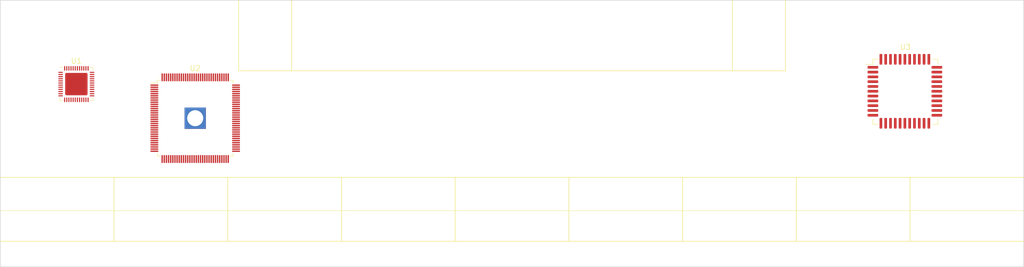
<source format=kicad_pcb>
(kicad_pcb (version 20171130) (host pcbnew "(5.1.5)-2")

  (general
    (thickness 1.6)
    (drawings 20)
    (tracks 0)
    (zones 0)
    (modules 3)
    (nets 211)
  )

  (page A4)
  (layers
    (0 F.Cu signal)
    (1 3V3.Cu signal)
    (2 GND.Cu signal)
    (31 B.Cu signal)
    (32 B.Adhes user)
    (33 F.Adhes user)
    (34 B.Paste user)
    (35 F.Paste user)
    (36 B.SilkS user)
    (37 F.SilkS user)
    (38 B.Mask user)
    (39 F.Mask user)
    (40 Dwgs.User user)
    (41 Cmts.User user)
    (42 Eco1.User user)
    (43 Eco2.User user)
    (44 Edge.Cuts user)
    (45 Margin user)
    (46 B.CrtYd user)
    (47 F.CrtYd user)
    (48 B.Fab user)
    (49 F.Fab user)
  )

  (setup
    (last_trace_width 0.25)
    (trace_clearance 0.2)
    (zone_clearance 0.508)
    (zone_45_only no)
    (trace_min 0.2)
    (via_size 0.8)
    (via_drill 0.4)
    (via_min_size 0.4)
    (via_min_drill 0.3)
    (uvia_size 0.3)
    (uvia_drill 0.1)
    (uvias_allowed no)
    (uvia_min_size 0.2)
    (uvia_min_drill 0.1)
    (edge_width 0.1)
    (segment_width 0.2)
    (pcb_text_width 0.3)
    (pcb_text_size 1.5 1.5)
    (mod_edge_width 0.15)
    (mod_text_size 1 1)
    (mod_text_width 0.15)
    (pad_size 1.524 1.524)
    (pad_drill 0.762)
    (pad_to_mask_clearance 0)
    (aux_axis_origin 0 0)
    (visible_elements FFFFFF7F)
    (pcbplotparams
      (layerselection 0x010fc_ffffffff)
      (usegerberextensions false)
      (usegerberattributes false)
      (usegerberadvancedattributes false)
      (creategerberjobfile false)
      (excludeedgelayer true)
      (linewidth 0.100000)
      (plotframeref false)
      (viasonmask false)
      (mode 1)
      (useauxorigin false)
      (hpglpennumber 1)
      (hpglpenspeed 20)
      (hpglpendiameter 15.000000)
      (psnegative false)
      (psa4output false)
      (plotreference true)
      (plotvalue true)
      (plotinvisibletext false)
      (padsonsilk false)
      (subtractmaskfromsilk false)
      (outputformat 1)
      (mirror false)
      (drillshape 1)
      (scaleselection 1)
      (outputdirectory ""))
  )

  (net 0 "")
  (net 1 "Net-(U1-Pad48)")
  (net 2 "Net-(U1-Pad47)")
  (net 3 GND)
  (net 4 "Net-(L1-Pad2)")
  (net 5 /power/IPS)
  (net 6 "Net-(U1-Pad43)")
  (net 7 "Net-(U1-Pad42)")
  (net 8 /power/LDO3)
  (net 9 "Net-(C16-Pad1)")
  (net 10 "Net-(U1-Pad39)")
  (net 11 "Net-(U1-Pad38)")
  (net 12 "Net-(R5-Pad2)")
  (net 13 "Net-(U1-Pad36)")
  (net 14 +5V)
  (net 15 "Net-(U1-Pad31)")
  (net 16 "Net-(U1-Pad30)")
  (net 17 /power/LDO1)
  (net 18 /power/VINT)
  (net 19 /power/RST)
  (net 20 "Net-(C3-Pad1)")
  (net 21 "Net-(R4-Pad2)")
  (net 22 "Net-(U1-Pad20)")
  (net 23 /power/AXP_GPIO0)
  (net 24 /power/AXP_GPIO1)
  (net 25 +3V3)
  (net 26 "Net-(L3-Pad1)")
  (net 27 "Net-(C8-Pad1)")
  (net 28 +3V0)
  (net 29 /power/LDO4)
  (net 30 +1V2)
  (net 31 "Net-(L2-Pad1)")
  (net 32 "Net-(C13-Pad1)")
  (net 33 "Net-(U1-Pad6)")
  (net 34 /power/AXP_GPIO2)
  (net 35 "Net-(C1-Pad2)")
  (net 36 /power/AXP_GPIO3)
  (net 37 /power/AXP_SCL)
  (net 38 /power/AXP_SDA)
  (net 39 "Net-(U2-Pad129)")
  (net 40 "Net-(U2-Pad128)")
  (net 41 "Net-(U2-Pad127)")
  (net 42 "Net-(U2-Pad126)")
  (net 43 "Net-(U2-Pad125)")
  (net 44 "Net-(U2-Pad124)")
  (net 45 "Net-(U2-Pad123)")
  (net 46 "Net-(U2-Pad122)")
  (net 47 "Net-(U2-Pad121)")
  (net 48 "Net-(U2-Pad120)")
  (net 49 "Net-(U2-Pad119)")
  (net 50 "Net-(U2-Pad118)")
  (net 51 "Net-(U2-Pad117)")
  (net 52 "Net-(U2-Pad116)")
  (net 53 "Net-(U2-Pad115)")
  (net 54 "Net-(U2-Pad114)")
  (net 55 "Net-(U2-Pad113)")
  (net 56 "Net-(U2-Pad112)")
  (net 57 "Net-(U2-Pad111)")
  (net 58 "Net-(U2-Pad110)")
  (net 59 "Net-(U2-Pad109)")
  (net 60 "Net-(U2-Pad108)")
  (net 61 "Net-(U2-Pad107)")
  (net 62 "Net-(U2-Pad106)")
  (net 63 "Net-(U2-Pad105)")
  (net 64 "Net-(U2-Pad104)")
  (net 65 "Net-(U2-Pad103)")
  (net 66 "Net-(U2-Pad102)")
  (net 67 "Net-(U2-Pad101)")
  (net 68 "Net-(U2-Pad100)")
  (net 69 "Net-(U2-Pad99)")
  (net 70 "Net-(U2-Pad98)")
  (net 71 "Net-(U2-Pad97)")
  (net 72 "Net-(U2-Pad96)")
  (net 73 "Net-(U2-Pad95)")
  (net 74 "Net-(U2-Pad94)")
  (net 75 "Net-(U2-Pad93)")
  (net 76 "Net-(U2-Pad92)")
  (net 77 "Net-(U2-Pad91)")
  (net 78 "Net-(U2-Pad89)")
  (net 79 "Net-(U2-Pad88)")
  (net 80 "Net-(U2-Pad87)")
  (net 81 "Net-(U2-Pad86)")
  (net 82 "Net-(U2-Pad85)")
  (net 83 "Net-(U2-Pad84)")
  (net 84 "Net-(U2-Pad83)")
  (net 85 "Net-(U2-Pad82)")
  (net 86 "Net-(U2-Pad81)")
  (net 87 "Net-(U2-Pad80)")
  (net 88 "Net-(U2-Pad79)")
  (net 89 "Net-(U2-Pad78)")
  (net 90 "Net-(U2-Pad77)")
  (net 91 "Net-(U2-Pad76)")
  (net 92 "Net-(U2-Pad75)")
  (net 93 "Net-(U2-Pad74)")
  (net 94 "Net-(U2-Pad73)")
  (net 95 "Net-(U2-Pad72)")
  (net 96 "Net-(U2-Pad71)")
  (net 97 "Net-(U2-Pad70)")
  (net 98 "Net-(U2-Pad69)")
  (net 99 "Net-(U2-Pad68)")
  (net 100 "Net-(U2-Pad67)")
  (net 101 "Net-(U2-Pad66)")
  (net 102 "Net-(U2-Pad65)")
  (net 103 "Net-(U2-Pad64)")
  (net 104 "Net-(U2-Pad63)")
  (net 105 "Net-(U2-Pad62)")
  (net 106 "Net-(U2-Pad61)")
  (net 107 "Net-(U2-Pad60)")
  (net 108 "Net-(U2-Pad59)")
  (net 109 "Net-(U2-Pad58)")
  (net 110 "Net-(U2-Pad57)")
  (net 111 "Net-(U2-Pad56)")
  (net 112 "Net-(U2-Pad55)")
  (net 113 "Net-(U2-Pad54)")
  (net 114 "Net-(U2-Pad53)")
  (net 115 "Net-(U2-Pad52)")
  (net 116 "Net-(U2-Pad51)")
  (net 117 "Net-(U2-Pad50)")
  (net 118 "Net-(U2-Pad49)")
  (net 119 "Net-(U2-Pad48)")
  (net 120 "Net-(U2-Pad47)")
  (net 121 "Net-(U2-Pad46)")
  (net 122 "Net-(U2-Pad45)")
  (net 123 "Net-(U2-Pad44)")
  (net 124 "Net-(U2-Pad43)")
  (net 125 "Net-(U2-Pad42)")
  (net 126 "Net-(U2-Pad41)")
  (net 127 "Net-(U2-Pad40)")
  (net 128 "Net-(U2-Pad39)")
  (net 129 "Net-(U2-Pad38)")
  (net 130 "Net-(U2-Pad37)")
  (net 131 "Net-(U2-Pad36)")
  (net 132 "Net-(U2-Pad35)")
  (net 133 "Net-(U2-Pad34)")
  (net 134 "Net-(U2-Pad33)")
  (net 135 "Net-(U2-Pad32)")
  (net 136 "Net-(U2-Pad31)")
  (net 137 "Net-(U2-Pad30)")
  (net 138 "Net-(U2-Pad29)")
  (net 139 "Net-(U2-Pad28)")
  (net 140 "Net-(U2-Pad27)")
  (net 141 "Net-(U2-Pad26)")
  (net 142 "Net-(U2-Pad25)")
  (net 143 "Net-(U2-Pad24)")
  (net 144 "Net-(U2-Pad23)")
  (net 145 "Net-(U2-Pad22)")
  (net 146 "Net-(U2-Pad21)")
  (net 147 "Net-(U2-Pad20)")
  (net 148 "Net-(U2-Pad19)")
  (net 149 "Net-(U2-Pad18)")
  (net 150 "Net-(U2-Pad17)")
  (net 151 "Net-(U2-Pad16)")
  (net 152 "Net-(U2-Pad15)")
  (net 153 "Net-(U2-Pad14)")
  (net 154 "Net-(U2-Pad13)")
  (net 155 "Net-(U2-Pad12)")
  (net 156 "Net-(U2-Pad11)")
  (net 157 "Net-(U2-Pad10)")
  (net 158 "Net-(U2-Pad9)")
  (net 159 "Net-(U2-Pad8)")
  (net 160 "Net-(U2-Pad7)")
  (net 161 "Net-(U2-Pad6)")
  (net 162 "Net-(U2-Pad5)")
  (net 163 "Net-(U2-Pad4)")
  (net 164 "Net-(U2-Pad3)")
  (net 165 "Net-(U2-Pad2)")
  (net 166 "Net-(U2-Pad1)")
  (net 167 "Net-(U3-Pad1)")
  (net 168 "Net-(U3-Pad2)")
  (net 169 "Net-(U3-Pad3)")
  (net 170 "Net-(U3-Pad4)")
  (net 171 "Net-(U3-Pad5)")
  (net 172 "Net-(U3-Pad6)")
  (net 173 "Net-(U3-Pad7)")
  (net 174 "Net-(U3-Pad8)")
  (net 175 "Net-(U3-Pad9)")
  (net 176 "Net-(U3-Pad10)")
  (net 177 "Net-(U3-Pad11)")
  (net 178 "Net-(U3-Pad12)")
  (net 179 "Net-(U3-Pad13)")
  (net 180 "Net-(U3-Pad14)")
  (net 181 "Net-(U3-Pad15)")
  (net 182 "Net-(U3-Pad16)")
  (net 183 "Net-(U3-Pad17)")
  (net 184 "Net-(U3-Pad18)")
  (net 185 "Net-(U3-Pad19)")
  (net 186 "Net-(U3-Pad20)")
  (net 187 "Net-(U3-Pad21)")
  (net 188 "Net-(U3-Pad22)")
  (net 189 "Net-(U3-Pad23)")
  (net 190 "Net-(U3-Pad24)")
  (net 191 "Net-(U3-Pad25)")
  (net 192 "Net-(U3-Pad26)")
  (net 193 "Net-(U3-Pad27)")
  (net 194 "Net-(U3-Pad28)")
  (net 195 "Net-(U3-Pad29)")
  (net 196 "Net-(U3-Pad30)")
  (net 197 "Net-(U3-Pad31)")
  (net 198 "Net-(U3-Pad32)")
  (net 199 "Net-(U3-Pad33)")
  (net 200 "Net-(U3-Pad34)")
  (net 201 "Net-(U3-Pad35)")
  (net 202 "Net-(U3-Pad36)")
  (net 203 "Net-(U3-Pad37)")
  (net 204 "Net-(U3-Pad38)")
  (net 205 "Net-(U3-Pad39)")
  (net 206 "Net-(U3-Pad40)")
  (net 207 "Net-(U3-Pad41)")
  (net 208 "Net-(U3-Pad42)")
  (net 209 "Net-(U3-Pad43)")
  (net 210 "Net-(U3-Pad44)")

  (net_class Default "This is the default net class."
    (clearance 0.2)
    (trace_width 0.25)
    (via_dia 0.8)
    (via_drill 0.4)
    (uvia_dia 0.3)
    (uvia_drill 0.1)
    (add_net +1V2)
    (add_net +3V0)
    (add_net +3V3)
    (add_net +5V)
    (add_net /power/AXP_GPIO0)
    (add_net /power/AXP_GPIO1)
    (add_net /power/AXP_GPIO2)
    (add_net /power/AXP_GPIO3)
    (add_net /power/AXP_SCL)
    (add_net /power/AXP_SDA)
    (add_net /power/IPS)
    (add_net /power/LDO1)
    (add_net /power/LDO3)
    (add_net /power/LDO4)
    (add_net /power/RST)
    (add_net /power/VINT)
    (add_net GND)
    (add_net "Net-(C1-Pad2)")
    (add_net "Net-(C13-Pad1)")
    (add_net "Net-(C16-Pad1)")
    (add_net "Net-(C3-Pad1)")
    (add_net "Net-(C8-Pad1)")
    (add_net "Net-(L1-Pad2)")
    (add_net "Net-(L2-Pad1)")
    (add_net "Net-(L3-Pad1)")
    (add_net "Net-(R4-Pad2)")
    (add_net "Net-(R5-Pad2)")
    (add_net "Net-(U1-Pad20)")
    (add_net "Net-(U1-Pad30)")
    (add_net "Net-(U1-Pad31)")
    (add_net "Net-(U1-Pad36)")
    (add_net "Net-(U1-Pad38)")
    (add_net "Net-(U1-Pad39)")
    (add_net "Net-(U1-Pad42)")
    (add_net "Net-(U1-Pad43)")
    (add_net "Net-(U1-Pad47)")
    (add_net "Net-(U1-Pad48)")
    (add_net "Net-(U1-Pad6)")
    (add_net "Net-(U2-Pad1)")
    (add_net "Net-(U2-Pad10)")
    (add_net "Net-(U2-Pad100)")
    (add_net "Net-(U2-Pad101)")
    (add_net "Net-(U2-Pad102)")
    (add_net "Net-(U2-Pad103)")
    (add_net "Net-(U2-Pad104)")
    (add_net "Net-(U2-Pad105)")
    (add_net "Net-(U2-Pad106)")
    (add_net "Net-(U2-Pad107)")
    (add_net "Net-(U2-Pad108)")
    (add_net "Net-(U2-Pad109)")
    (add_net "Net-(U2-Pad11)")
    (add_net "Net-(U2-Pad110)")
    (add_net "Net-(U2-Pad111)")
    (add_net "Net-(U2-Pad112)")
    (add_net "Net-(U2-Pad113)")
    (add_net "Net-(U2-Pad114)")
    (add_net "Net-(U2-Pad115)")
    (add_net "Net-(U2-Pad116)")
    (add_net "Net-(U2-Pad117)")
    (add_net "Net-(U2-Pad118)")
    (add_net "Net-(U2-Pad119)")
    (add_net "Net-(U2-Pad12)")
    (add_net "Net-(U2-Pad120)")
    (add_net "Net-(U2-Pad121)")
    (add_net "Net-(U2-Pad122)")
    (add_net "Net-(U2-Pad123)")
    (add_net "Net-(U2-Pad124)")
    (add_net "Net-(U2-Pad125)")
    (add_net "Net-(U2-Pad126)")
    (add_net "Net-(U2-Pad127)")
    (add_net "Net-(U2-Pad128)")
    (add_net "Net-(U2-Pad129)")
    (add_net "Net-(U2-Pad13)")
    (add_net "Net-(U2-Pad14)")
    (add_net "Net-(U2-Pad15)")
    (add_net "Net-(U2-Pad16)")
    (add_net "Net-(U2-Pad17)")
    (add_net "Net-(U2-Pad18)")
    (add_net "Net-(U2-Pad19)")
    (add_net "Net-(U2-Pad2)")
    (add_net "Net-(U2-Pad20)")
    (add_net "Net-(U2-Pad21)")
    (add_net "Net-(U2-Pad22)")
    (add_net "Net-(U2-Pad23)")
    (add_net "Net-(U2-Pad24)")
    (add_net "Net-(U2-Pad25)")
    (add_net "Net-(U2-Pad26)")
    (add_net "Net-(U2-Pad27)")
    (add_net "Net-(U2-Pad28)")
    (add_net "Net-(U2-Pad29)")
    (add_net "Net-(U2-Pad3)")
    (add_net "Net-(U2-Pad30)")
    (add_net "Net-(U2-Pad31)")
    (add_net "Net-(U2-Pad32)")
    (add_net "Net-(U2-Pad33)")
    (add_net "Net-(U2-Pad34)")
    (add_net "Net-(U2-Pad35)")
    (add_net "Net-(U2-Pad36)")
    (add_net "Net-(U2-Pad37)")
    (add_net "Net-(U2-Pad38)")
    (add_net "Net-(U2-Pad39)")
    (add_net "Net-(U2-Pad4)")
    (add_net "Net-(U2-Pad40)")
    (add_net "Net-(U2-Pad41)")
    (add_net "Net-(U2-Pad42)")
    (add_net "Net-(U2-Pad43)")
    (add_net "Net-(U2-Pad44)")
    (add_net "Net-(U2-Pad45)")
    (add_net "Net-(U2-Pad46)")
    (add_net "Net-(U2-Pad47)")
    (add_net "Net-(U2-Pad48)")
    (add_net "Net-(U2-Pad49)")
    (add_net "Net-(U2-Pad5)")
    (add_net "Net-(U2-Pad50)")
    (add_net "Net-(U2-Pad51)")
    (add_net "Net-(U2-Pad52)")
    (add_net "Net-(U2-Pad53)")
    (add_net "Net-(U2-Pad54)")
    (add_net "Net-(U2-Pad55)")
    (add_net "Net-(U2-Pad56)")
    (add_net "Net-(U2-Pad57)")
    (add_net "Net-(U2-Pad58)")
    (add_net "Net-(U2-Pad59)")
    (add_net "Net-(U2-Pad6)")
    (add_net "Net-(U2-Pad60)")
    (add_net "Net-(U2-Pad61)")
    (add_net "Net-(U2-Pad62)")
    (add_net "Net-(U2-Pad63)")
    (add_net "Net-(U2-Pad64)")
    (add_net "Net-(U2-Pad65)")
    (add_net "Net-(U2-Pad66)")
    (add_net "Net-(U2-Pad67)")
    (add_net "Net-(U2-Pad68)")
    (add_net "Net-(U2-Pad69)")
    (add_net "Net-(U2-Pad7)")
    (add_net "Net-(U2-Pad70)")
    (add_net "Net-(U2-Pad71)")
    (add_net "Net-(U2-Pad72)")
    (add_net "Net-(U2-Pad73)")
    (add_net "Net-(U2-Pad74)")
    (add_net "Net-(U2-Pad75)")
    (add_net "Net-(U2-Pad76)")
    (add_net "Net-(U2-Pad77)")
    (add_net "Net-(U2-Pad78)")
    (add_net "Net-(U2-Pad79)")
    (add_net "Net-(U2-Pad8)")
    (add_net "Net-(U2-Pad80)")
    (add_net "Net-(U2-Pad81)")
    (add_net "Net-(U2-Pad82)")
    (add_net "Net-(U2-Pad83)")
    (add_net "Net-(U2-Pad84)")
    (add_net "Net-(U2-Pad85)")
    (add_net "Net-(U2-Pad86)")
    (add_net "Net-(U2-Pad87)")
    (add_net "Net-(U2-Pad88)")
    (add_net "Net-(U2-Pad89)")
    (add_net "Net-(U2-Pad9)")
    (add_net "Net-(U2-Pad91)")
    (add_net "Net-(U2-Pad92)")
    (add_net "Net-(U2-Pad93)")
    (add_net "Net-(U2-Pad94)")
    (add_net "Net-(U2-Pad95)")
    (add_net "Net-(U2-Pad96)")
    (add_net "Net-(U2-Pad97)")
    (add_net "Net-(U2-Pad98)")
    (add_net "Net-(U2-Pad99)")
    (add_net "Net-(U3-Pad1)")
    (add_net "Net-(U3-Pad10)")
    (add_net "Net-(U3-Pad11)")
    (add_net "Net-(U3-Pad12)")
    (add_net "Net-(U3-Pad13)")
    (add_net "Net-(U3-Pad14)")
    (add_net "Net-(U3-Pad15)")
    (add_net "Net-(U3-Pad16)")
    (add_net "Net-(U3-Pad17)")
    (add_net "Net-(U3-Pad18)")
    (add_net "Net-(U3-Pad19)")
    (add_net "Net-(U3-Pad2)")
    (add_net "Net-(U3-Pad20)")
    (add_net "Net-(U3-Pad21)")
    (add_net "Net-(U3-Pad22)")
    (add_net "Net-(U3-Pad23)")
    (add_net "Net-(U3-Pad24)")
    (add_net "Net-(U3-Pad25)")
    (add_net "Net-(U3-Pad26)")
    (add_net "Net-(U3-Pad27)")
    (add_net "Net-(U3-Pad28)")
    (add_net "Net-(U3-Pad29)")
    (add_net "Net-(U3-Pad3)")
    (add_net "Net-(U3-Pad30)")
    (add_net "Net-(U3-Pad31)")
    (add_net "Net-(U3-Pad32)")
    (add_net "Net-(U3-Pad33)")
    (add_net "Net-(U3-Pad34)")
    (add_net "Net-(U3-Pad35)")
    (add_net "Net-(U3-Pad36)")
    (add_net "Net-(U3-Pad37)")
    (add_net "Net-(U3-Pad38)")
    (add_net "Net-(U3-Pad39)")
    (add_net "Net-(U3-Pad4)")
    (add_net "Net-(U3-Pad40)")
    (add_net "Net-(U3-Pad41)")
    (add_net "Net-(U3-Pad42)")
    (add_net "Net-(U3-Pad43)")
    (add_net "Net-(U3-Pad44)")
    (add_net "Net-(U3-Pad5)")
    (add_net "Net-(U3-Pad6)")
    (add_net "Net-(U3-Pad7)")
    (add_net "Net-(U3-Pad8)")
    (add_net "Net-(U3-Pad9)")
  )

  (module Kala_PCB_v1:LQFP-44_12x12mm_P0.5mm (layer F.Cu) (tedit 5E0E3BEE) (tstamp 5E12336D)
    (at 163.7 11.05)
    (descr "LQFP, 80 Pin (https://www.nxp.com/docs/en/package-information/SOT315-1.pdf), generated with kicad-footprint-generator ipc_gullwing_generator.py")
    (tags "LQFP QFP")
    (path /5E29628F/5E296712)
    (attr smd)
    (fp_text reference U3 (at 6.096 -2.284) (layer F.SilkS)
      (effects (font (size 1 1) (thickness 0.15)))
    )
    (fp_text value RTL8723BS_MOD (at 5.715 14.605) (layer F.Fab)
      (effects (font (size 1 1) (thickness 0.15)))
    )
    (fp_line (start 11.231 12.206) (end 12.206 12.206) (layer F.SilkS) (width 0.12))
    (fp_line (start 12.206 12.206) (end 12.206 11.231) (layer F.SilkS) (width 0.12))
    (fp_line (start 0.961 12.206) (end -0.014 12.206) (layer F.SilkS) (width 0.12))
    (fp_line (start -0.014 12.206) (end -0.014 11.231) (layer F.SilkS) (width 0.12))
    (fp_line (start 11.231 -0.014) (end 12.206 -0.014) (layer F.SilkS) (width 0.12))
    (fp_line (start 12.206 -0.014) (end 12.206 0.961) (layer F.SilkS) (width 0.12))
    (fp_line (start 0.961 -0.014) (end -0.014 -0.014) (layer F.SilkS) (width 0.12))
    (fp_line (start -0.014 -0.014) (end -0.014 0.961) (layer F.SilkS) (width 0.12))
    (fp_line (start -0.014 0.961) (end -1.329 0.961) (layer F.SilkS) (width 0.12))
    (fp_line (start 1.096 0.096) (end 12.096 0.096) (layer F.Fab) (width 0.1))
    (fp_line (start 12.096 0.096) (end 12.096 12.096) (layer F.Fab) (width 0.1))
    (fp_line (start 12.096 12.096) (end 0.096 12.096) (layer F.Fab) (width 0.1))
    (fp_line (start 0.096 12.096) (end 0.096 1.096) (layer F.Fab) (width 0.1))
    (fp_line (start 0.096 1.096) (end 1.096 0.096) (layer F.Fab) (width 0.1))
    (fp_line (start 6.096 -1.584) (end 0.976 -1.584) (layer F.CrtYd) (width 0.05))
    (fp_line (start 0.976 -1.584) (end 0.976 -0.154) (layer F.CrtYd) (width 0.05))
    (fp_line (start 0.976 -0.154) (end -0.154 -0.154) (layer F.CrtYd) (width 0.05))
    (fp_line (start -0.154 -0.154) (end -0.154 0.976) (layer F.CrtYd) (width 0.05))
    (fp_line (start -0.154 0.976) (end -1.584 0.976) (layer F.CrtYd) (width 0.05))
    (fp_line (start -1.584 0.976) (end -1.584 6.096) (layer F.CrtYd) (width 0.05))
    (fp_line (start 6.096 -1.584) (end 11.216 -1.584) (layer F.CrtYd) (width 0.05))
    (fp_line (start 11.216 -1.584) (end 11.216 -0.154) (layer F.CrtYd) (width 0.05))
    (fp_line (start 11.216 -0.154) (end 12.346 -0.154) (layer F.CrtYd) (width 0.05))
    (fp_line (start 12.346 -0.154) (end 12.346 0.976) (layer F.CrtYd) (width 0.05))
    (fp_line (start 12.346 0.976) (end 13.776 0.976) (layer F.CrtYd) (width 0.05))
    (fp_line (start 13.776 0.976) (end 13.776 6.096) (layer F.CrtYd) (width 0.05))
    (fp_line (start 6.096 13.776) (end 0.976 13.776) (layer F.CrtYd) (width 0.05))
    (fp_line (start 0.976 13.776) (end 0.976 12.346) (layer F.CrtYd) (width 0.05))
    (fp_line (start 0.976 12.346) (end -0.154 12.346) (layer F.CrtYd) (width 0.05))
    (fp_line (start -0.154 12.346) (end -0.154 11.216) (layer F.CrtYd) (width 0.05))
    (fp_line (start -0.154 11.216) (end -1.584 11.216) (layer F.CrtYd) (width 0.05))
    (fp_line (start -1.584 11.216) (end -1.584 6.096) (layer F.CrtYd) (width 0.05))
    (fp_line (start 6.096 13.776) (end 11.216 13.776) (layer F.CrtYd) (width 0.05))
    (fp_line (start 11.216 13.776) (end 11.216 12.346) (layer F.CrtYd) (width 0.05))
    (fp_line (start 11.216 12.346) (end 12.346 12.346) (layer F.CrtYd) (width 0.05))
    (fp_line (start 12.346 12.346) (end 12.346 11.216) (layer F.CrtYd) (width 0.05))
    (fp_line (start 12.346 11.216) (end 13.776 11.216) (layer F.CrtYd) (width 0.05))
    (fp_line (start 13.776 11.216) (end 13.776 6.096) (layer F.CrtYd) (width 0.05))
    (fp_text user %R (at 6.096 6.096) (layer F.Fab)
      (effects (font (size 1 1) (thickness 0.15)))
    )
    (pad 1 smd roundrect (at 0 1.5) (size 2 0.5) (layers F.Cu F.Paste F.Mask) (roundrect_rratio 0.25)
      (net 167 "Net-(U3-Pad1)"))
    (pad 2 smd roundrect (at 0 2.4) (size 2 0.5) (layers F.Cu F.Paste F.Mask) (roundrect_rratio 0.25)
      (net 168 "Net-(U3-Pad2)"))
    (pad 3 smd roundrect (at 0 3.3) (size 2 0.5) (layers F.Cu F.Paste F.Mask) (roundrect_rratio 0.25)
      (net 169 "Net-(U3-Pad3)"))
    (pad 4 smd roundrect (at 0 4.2) (size 2 0.5) (layers F.Cu F.Paste F.Mask) (roundrect_rratio 0.25)
      (net 170 "Net-(U3-Pad4)"))
    (pad 5 smd roundrect (at 0 5.1) (size 2 0.5) (layers F.Cu F.Paste F.Mask) (roundrect_rratio 0.25)
      (net 171 "Net-(U3-Pad5)"))
    (pad 6 smd roundrect (at 0 6) (size 2 0.5) (layers F.Cu F.Paste F.Mask) (roundrect_rratio 0.25)
      (net 172 "Net-(U3-Pad6)"))
    (pad 7 smd roundrect (at 0 6.9) (size 2 0.5) (layers F.Cu F.Paste F.Mask) (roundrect_rratio 0.25)
      (net 173 "Net-(U3-Pad7)"))
    (pad 8 smd roundrect (at 0 7.8) (size 2 0.5) (layers F.Cu F.Paste F.Mask) (roundrect_rratio 0.25)
      (net 174 "Net-(U3-Pad8)"))
    (pad 9 smd roundrect (at 0 8.7) (size 2 0.5) (layers F.Cu F.Paste F.Mask) (roundrect_rratio 0.25)
      (net 175 "Net-(U3-Pad9)"))
    (pad 10 smd roundrect (at 0 9.6) (size 2 0.5) (layers F.Cu F.Paste F.Mask) (roundrect_rratio 0.25)
      (net 176 "Net-(U3-Pad10)"))
    (pad 11 smd roundrect (at 0 10.5) (size 2 0.5) (layers F.Cu F.Paste F.Mask) (roundrect_rratio 0.25)
      (net 177 "Net-(U3-Pad11)"))
    (pad 12 smd roundrect (at 1.5 12 90) (size 2 0.5) (layers F.Cu F.Paste F.Mask) (roundrect_rratio 0.25)
      (net 178 "Net-(U3-Pad12)"))
    (pad 13 smd roundrect (at 2.4 12 90) (size 2 0.5) (layers F.Cu F.Paste F.Mask) (roundrect_rratio 0.25)
      (net 179 "Net-(U3-Pad13)"))
    (pad 14 smd roundrect (at 3.3 12 90) (size 2 0.5) (layers F.Cu F.Paste F.Mask) (roundrect_rratio 0.25)
      (net 180 "Net-(U3-Pad14)"))
    (pad 15 smd roundrect (at 4.2 12 90) (size 2 0.5) (layers F.Cu F.Paste F.Mask) (roundrect_rratio 0.25)
      (net 181 "Net-(U3-Pad15)"))
    (pad 16 smd roundrect (at 5.1 12 90) (size 2 0.5) (layers F.Cu F.Paste F.Mask) (roundrect_rratio 0.25)
      (net 182 "Net-(U3-Pad16)"))
    (pad 17 smd roundrect (at 6 12 90) (size 2 0.5) (layers F.Cu F.Paste F.Mask) (roundrect_rratio 0.25)
      (net 183 "Net-(U3-Pad17)"))
    (pad 18 smd roundrect (at 6.9 12 90) (size 2 0.5) (layers F.Cu F.Paste F.Mask) (roundrect_rratio 0.25)
      (net 184 "Net-(U3-Pad18)"))
    (pad 19 smd roundrect (at 7.8 12 90) (size 2 0.5) (layers F.Cu F.Paste F.Mask) (roundrect_rratio 0.25)
      (net 185 "Net-(U3-Pad19)"))
    (pad 20 smd roundrect (at 8.7 12 90) (size 2 0.5) (layers F.Cu F.Paste F.Mask) (roundrect_rratio 0.25)
      (net 186 "Net-(U3-Pad20)"))
    (pad 21 smd roundrect (at 9.6 12) (size 0.5 2) (layers F.Cu F.Paste F.Mask) (roundrect_rratio 0.25)
      (net 187 "Net-(U3-Pad21)"))
    (pad 22 smd roundrect (at 10.5 12) (size 0.5 2) (layers F.Cu F.Paste F.Mask) (roundrect_rratio 0.25)
      (net 188 "Net-(U3-Pad22)"))
    (pad 23 smd roundrect (at 12 10.5 90) (size 0.5 2) (layers F.Cu F.Paste F.Mask) (roundrect_rratio 0.25)
      (net 189 "Net-(U3-Pad23)"))
    (pad 24 smd roundrect (at 12 9.6 90) (size 0.5 2) (layers F.Cu F.Paste F.Mask) (roundrect_rratio 0.25)
      (net 190 "Net-(U3-Pad24)"))
    (pad 25 smd roundrect (at 12 8.7 90) (size 0.5 2) (layers F.Cu F.Paste F.Mask) (roundrect_rratio 0.25)
      (net 191 "Net-(U3-Pad25)"))
    (pad 26 smd roundrect (at 12 7.8 90) (size 0.5 2) (layers F.Cu F.Paste F.Mask) (roundrect_rratio 0.25)
      (net 192 "Net-(U3-Pad26)"))
    (pad 27 smd roundrect (at 12 6.9 90) (size 0.5 2) (layers F.Cu F.Paste F.Mask) (roundrect_rratio 0.25)
      (net 193 "Net-(U3-Pad27)"))
    (pad 28 smd roundrect (at 12 6 90) (size 0.5 2) (layers F.Cu F.Paste F.Mask) (roundrect_rratio 0.25)
      (net 194 "Net-(U3-Pad28)"))
    (pad 29 smd roundrect (at 12 5.1 90) (size 0.5 2) (layers F.Cu F.Paste F.Mask) (roundrect_rratio 0.25)
      (net 195 "Net-(U3-Pad29)"))
    (pad 30 smd roundrect (at 12 4.2 90) (size 0.5 2) (layers F.Cu F.Paste F.Mask) (roundrect_rratio 0.25)
      (net 196 "Net-(U3-Pad30)"))
    (pad 31 smd roundrect (at 12 3.3 90) (size 0.5 2) (layers F.Cu F.Paste F.Mask) (roundrect_rratio 0.25)
      (net 197 "Net-(U3-Pad31)"))
    (pad 32 smd roundrect (at 12 2.4 90) (size 0.5 2) (layers F.Cu F.Paste F.Mask) (roundrect_rratio 0.25)
      (net 198 "Net-(U3-Pad32)"))
    (pad 33 smd roundrect (at 12 1.5 90) (size 0.5 2) (layers F.Cu F.Paste F.Mask) (roundrect_rratio 0.25)
      (net 199 "Net-(U3-Pad33)"))
    (pad 34 smd roundrect (at 10.5 0 180) (size 0.5 2) (layers F.Cu F.Paste F.Mask) (roundrect_rratio 0.25)
      (net 200 "Net-(U3-Pad34)"))
    (pad 35 smd roundrect (at 9.6 0 180) (size 0.5 2) (layers F.Cu F.Paste F.Mask) (roundrect_rratio 0.25)
      (net 201 "Net-(U3-Pad35)"))
    (pad 36 smd roundrect (at 8.7 0 180) (size 0.5 2) (layers F.Cu F.Paste F.Mask) (roundrect_rratio 0.25)
      (net 202 "Net-(U3-Pad36)"))
    (pad 37 smd roundrect (at 7.8 0 180) (size 0.5 2) (layers F.Cu F.Paste F.Mask) (roundrect_rratio 0.25)
      (net 203 "Net-(U3-Pad37)"))
    (pad 38 smd roundrect (at 6.9 0 180) (size 0.5 2) (layers F.Cu F.Paste F.Mask) (roundrect_rratio 0.25)
      (net 204 "Net-(U3-Pad38)"))
    (pad 39 smd roundrect (at 6 0 180) (size 0.5 2) (layers F.Cu F.Paste F.Mask) (roundrect_rratio 0.25)
      (net 205 "Net-(U3-Pad39)"))
    (pad 40 smd roundrect (at 5.1 0 180) (size 0.5 2) (layers F.Cu F.Paste F.Mask) (roundrect_rratio 0.25)
      (net 206 "Net-(U3-Pad40)"))
    (pad 41 smd roundrect (at 4.2 0 90) (size 2 0.5) (layers F.Cu F.Paste F.Mask) (roundrect_rratio 0.25)
      (net 207 "Net-(U3-Pad41)"))
    (pad 42 smd roundrect (at 3.3 0 90) (size 2 0.5) (layers F.Cu F.Paste F.Mask) (roundrect_rratio 0.25)
      (net 208 "Net-(U3-Pad42)"))
    (pad 43 smd roundrect (at 2.4 0 90) (size 2 0.5) (layers F.Cu F.Paste F.Mask) (roundrect_rratio 0.25)
      (net 209 "Net-(U3-Pad43)"))
    (pad 44 smd roundrect (at 1.5 0 90) (size 2 0.5) (layers F.Cu F.Paste F.Mask) (roundrect_rratio 0.25)
      (net 210 "Net-(U3-Pad44)"))
    (model ${KISYS3DMOD}/Package_QFP.3dshapes/LQFP-80_12x12mm_P0.5mm.wrl
      (at (xyz 0 0 0))
      (scale (xyz 1 1 1))
      (rotate (xyz 0 0 0))
    )
  )

  (module Kala_PCB_v1:EQFP-128_14x14mm_P0.4mm (layer F.Cu) (tedit 5E0E0CAD) (tstamp 5E123316)
    (at 36.55 22.1)
    (descr "LQFP, 128 Pin (https://www.renesas.com/eu/en/package-image/pdf/outdrawing/q128.14x14.pdf), generated with kicad-footprint-generator ipc_gullwing_generator.py")
    (tags "LQFP QFP")
    (path /5E100F78/5E28204B)
    (attr smd)
    (fp_text reference U2 (at 0 -9.35) (layer F.SilkS)
      (effects (font (size 1 1) (thickness 0.15)))
    )
    (fp_text value V3S (at 0 9.35) (layer F.Fab)
      (effects (font (size 1 1) (thickness 0.15)))
    )
    (fp_text user %R (at 0 0) (layer F.Fab)
      (effects (font (size 1 1) (thickness 0.15)))
    )
    (fp_line (start 8.65 6.58) (end 8.65 0) (layer F.CrtYd) (width 0.05))
    (fp_line (start 7.25 6.58) (end 8.65 6.58) (layer F.CrtYd) (width 0.05))
    (fp_line (start 7.25 7.25) (end 7.25 6.58) (layer F.CrtYd) (width 0.05))
    (fp_line (start 6.58 7.25) (end 7.25 7.25) (layer F.CrtYd) (width 0.05))
    (fp_line (start 6.58 8.65) (end 6.58 7.25) (layer F.CrtYd) (width 0.05))
    (fp_line (start 0 8.65) (end 6.58 8.65) (layer F.CrtYd) (width 0.05))
    (fp_line (start -8.65 6.58) (end -8.65 0) (layer F.CrtYd) (width 0.05))
    (fp_line (start -7.25 6.58) (end -8.65 6.58) (layer F.CrtYd) (width 0.05))
    (fp_line (start -7.25 7.25) (end -7.25 6.58) (layer F.CrtYd) (width 0.05))
    (fp_line (start -6.58 7.25) (end -7.25 7.25) (layer F.CrtYd) (width 0.05))
    (fp_line (start -6.58 8.65) (end -6.58 7.25) (layer F.CrtYd) (width 0.05))
    (fp_line (start 0 8.65) (end -6.58 8.65) (layer F.CrtYd) (width 0.05))
    (fp_line (start 8.65 -6.58) (end 8.65 0) (layer F.CrtYd) (width 0.05))
    (fp_line (start 7.25 -6.58) (end 8.65 -6.58) (layer F.CrtYd) (width 0.05))
    (fp_line (start 7.25 -7.25) (end 7.25 -6.58) (layer F.CrtYd) (width 0.05))
    (fp_line (start 6.58 -7.25) (end 7.25 -7.25) (layer F.CrtYd) (width 0.05))
    (fp_line (start 6.58 -8.65) (end 6.58 -7.25) (layer F.CrtYd) (width 0.05))
    (fp_line (start 0 -8.65) (end 6.58 -8.65) (layer F.CrtYd) (width 0.05))
    (fp_line (start -8.65 -6.58) (end -8.65 0) (layer F.CrtYd) (width 0.05))
    (fp_line (start -7.25 -6.58) (end -8.65 -6.58) (layer F.CrtYd) (width 0.05))
    (fp_line (start -7.25 -7.25) (end -7.25 -6.58) (layer F.CrtYd) (width 0.05))
    (fp_line (start -6.58 -7.25) (end -7.25 -7.25) (layer F.CrtYd) (width 0.05))
    (fp_line (start -6.58 -8.65) (end -6.58 -7.25) (layer F.CrtYd) (width 0.05))
    (fp_line (start 0 -8.65) (end -6.58 -8.65) (layer F.CrtYd) (width 0.05))
    (fp_line (start -7 -6) (end -6 -7) (layer F.Fab) (width 0.1))
    (fp_line (start -7 7) (end -7 -6) (layer F.Fab) (width 0.1))
    (fp_line (start 7 7) (end -7 7) (layer F.Fab) (width 0.1))
    (fp_line (start 7 -7) (end 7 7) (layer F.Fab) (width 0.1))
    (fp_line (start -6 -7) (end 7 -7) (layer F.Fab) (width 0.1))
    (fp_line (start -7.11 -6.585) (end -8.4 -6.585) (layer F.SilkS) (width 0.12))
    (fp_line (start -7.11 -7.11) (end -7.11 -6.585) (layer F.SilkS) (width 0.12))
    (fp_line (start -6.585 -7.11) (end -7.11 -7.11) (layer F.SilkS) (width 0.12))
    (fp_line (start 7.11 -7.11) (end 7.11 -6.585) (layer F.SilkS) (width 0.12))
    (fp_line (start 6.585 -7.11) (end 7.11 -7.11) (layer F.SilkS) (width 0.12))
    (fp_line (start -7.11 7.11) (end -7.11 6.585) (layer F.SilkS) (width 0.12))
    (fp_line (start -6.585 7.11) (end -7.11 7.11) (layer F.SilkS) (width 0.12))
    (fp_line (start 7.11 7.11) (end 7.11 6.585) (layer F.SilkS) (width 0.12))
    (fp_line (start 6.585 7.11) (end 7.11 7.11) (layer F.SilkS) (width 0.12))
    (pad 129 thru_hole rect (at 0 0) (size 4 4) (drill 3) (layers *.Cu *.Mask)
      (net 39 "Net-(U2-Pad129)"))
    (pad 128 smd roundrect (at -6.2 -7.6625) (size 0.25 1.475) (layers F.Cu F.Paste F.Mask) (roundrect_rratio 0.25)
      (net 40 "Net-(U2-Pad128)"))
    (pad 127 smd roundrect (at -5.8 -7.6625) (size 0.25 1.475) (layers F.Cu F.Paste F.Mask) (roundrect_rratio 0.25)
      (net 41 "Net-(U2-Pad127)"))
    (pad 126 smd roundrect (at -5.4 -7.6625) (size 0.25 1.475) (layers F.Cu F.Paste F.Mask) (roundrect_rratio 0.25)
      (net 42 "Net-(U2-Pad126)"))
    (pad 125 smd roundrect (at -5 -7.6625) (size 0.25 1.475) (layers F.Cu F.Paste F.Mask) (roundrect_rratio 0.25)
      (net 43 "Net-(U2-Pad125)"))
    (pad 124 smd roundrect (at -4.6 -7.6625) (size 0.25 1.475) (layers F.Cu F.Paste F.Mask) (roundrect_rratio 0.25)
      (net 44 "Net-(U2-Pad124)"))
    (pad 123 smd roundrect (at -4.2 -7.6625) (size 0.25 1.475) (layers F.Cu F.Paste F.Mask) (roundrect_rratio 0.25)
      (net 45 "Net-(U2-Pad123)"))
    (pad 122 smd roundrect (at -3.8 -7.6625) (size 0.25 1.475) (layers F.Cu F.Paste F.Mask) (roundrect_rratio 0.25)
      (net 46 "Net-(U2-Pad122)"))
    (pad 121 smd roundrect (at -3.4 -7.6625) (size 0.25 1.475) (layers F.Cu F.Paste F.Mask) (roundrect_rratio 0.25)
      (net 47 "Net-(U2-Pad121)"))
    (pad 120 smd roundrect (at -3 -7.6625) (size 0.25 1.475) (layers F.Cu F.Paste F.Mask) (roundrect_rratio 0.25)
      (net 48 "Net-(U2-Pad120)"))
    (pad 119 smd roundrect (at -2.6 -7.6625) (size 0.25 1.475) (layers F.Cu F.Paste F.Mask) (roundrect_rratio 0.25)
      (net 49 "Net-(U2-Pad119)"))
    (pad 118 smd roundrect (at -2.2 -7.6625) (size 0.25 1.475) (layers F.Cu F.Paste F.Mask) (roundrect_rratio 0.25)
      (net 50 "Net-(U2-Pad118)"))
    (pad 117 smd roundrect (at -1.8 -7.6625) (size 0.25 1.475) (layers F.Cu F.Paste F.Mask) (roundrect_rratio 0.25)
      (net 51 "Net-(U2-Pad117)"))
    (pad 116 smd roundrect (at -1.4 -7.6625) (size 0.25 1.475) (layers F.Cu F.Paste F.Mask) (roundrect_rratio 0.25)
      (net 52 "Net-(U2-Pad116)"))
    (pad 115 smd roundrect (at -1 -7.6625) (size 0.25 1.475) (layers F.Cu F.Paste F.Mask) (roundrect_rratio 0.25)
      (net 53 "Net-(U2-Pad115)"))
    (pad 114 smd roundrect (at -0.6 -7.6625) (size 0.25 1.475) (layers F.Cu F.Paste F.Mask) (roundrect_rratio 0.25)
      (net 54 "Net-(U2-Pad114)"))
    (pad 113 smd roundrect (at -0.2 -7.6625) (size 0.25 1.475) (layers F.Cu F.Paste F.Mask) (roundrect_rratio 0.25)
      (net 55 "Net-(U2-Pad113)"))
    (pad 112 smd roundrect (at 0.2 -7.6625) (size 0.25 1.475) (layers F.Cu F.Paste F.Mask) (roundrect_rratio 0.25)
      (net 56 "Net-(U2-Pad112)"))
    (pad 111 smd roundrect (at 0.6 -7.6625) (size 0.25 1.475) (layers F.Cu F.Paste F.Mask) (roundrect_rratio 0.25)
      (net 57 "Net-(U2-Pad111)"))
    (pad 110 smd roundrect (at 1 -7.6625) (size 0.25 1.475) (layers F.Cu F.Paste F.Mask) (roundrect_rratio 0.25)
      (net 58 "Net-(U2-Pad110)"))
    (pad 109 smd roundrect (at 1.4 -7.6625) (size 0.25 1.475) (layers F.Cu F.Paste F.Mask) (roundrect_rratio 0.25)
      (net 59 "Net-(U2-Pad109)"))
    (pad 108 smd roundrect (at 1.8 -7.6625) (size 0.25 1.475) (layers F.Cu F.Paste F.Mask) (roundrect_rratio 0.25)
      (net 60 "Net-(U2-Pad108)"))
    (pad 107 smd roundrect (at 2.2 -7.6625) (size 0.25 1.475) (layers F.Cu F.Paste F.Mask) (roundrect_rratio 0.25)
      (net 61 "Net-(U2-Pad107)"))
    (pad 106 smd roundrect (at 2.6 -7.6625) (size 0.25 1.475) (layers F.Cu F.Paste F.Mask) (roundrect_rratio 0.25)
      (net 62 "Net-(U2-Pad106)"))
    (pad 105 smd roundrect (at 3 -7.6625) (size 0.25 1.475) (layers F.Cu F.Paste F.Mask) (roundrect_rratio 0.25)
      (net 63 "Net-(U2-Pad105)"))
    (pad 104 smd roundrect (at 3.4 -7.6625) (size 0.25 1.475) (layers F.Cu F.Paste F.Mask) (roundrect_rratio 0.25)
      (net 64 "Net-(U2-Pad104)"))
    (pad 103 smd roundrect (at 3.8 -7.6625) (size 0.25 1.475) (layers F.Cu F.Paste F.Mask) (roundrect_rratio 0.25)
      (net 65 "Net-(U2-Pad103)"))
    (pad 102 smd roundrect (at 4.2 -7.6625) (size 0.25 1.475) (layers F.Cu F.Paste F.Mask) (roundrect_rratio 0.25)
      (net 66 "Net-(U2-Pad102)"))
    (pad 101 smd roundrect (at 4.6 -7.6625) (size 0.25 1.475) (layers F.Cu F.Paste F.Mask) (roundrect_rratio 0.25)
      (net 67 "Net-(U2-Pad101)"))
    (pad 100 smd roundrect (at 5 -7.6625) (size 0.25 1.475) (layers F.Cu F.Paste F.Mask) (roundrect_rratio 0.25)
      (net 68 "Net-(U2-Pad100)"))
    (pad 99 smd roundrect (at 5.4 -7.6625) (size 0.25 1.475) (layers F.Cu F.Paste F.Mask) (roundrect_rratio 0.25)
      (net 69 "Net-(U2-Pad99)"))
    (pad 98 smd roundrect (at 5.8 -7.6625) (size 0.25 1.475) (layers F.Cu F.Paste F.Mask) (roundrect_rratio 0.25)
      (net 70 "Net-(U2-Pad98)"))
    (pad 97 smd roundrect (at 6.2 -7.6625) (size 0.25 1.475) (layers F.Cu F.Paste F.Mask) (roundrect_rratio 0.25)
      (net 71 "Net-(U2-Pad97)"))
    (pad 96 smd roundrect (at 7.6625 -6.2) (size 1.475 0.25) (layers F.Cu F.Paste F.Mask) (roundrect_rratio 0.25)
      (net 72 "Net-(U2-Pad96)"))
    (pad 95 smd roundrect (at 7.6625 -5.8) (size 1.475 0.25) (layers F.Cu F.Paste F.Mask) (roundrect_rratio 0.25)
      (net 73 "Net-(U2-Pad95)"))
    (pad 94 smd roundrect (at 7.6625 -5.4) (size 1.475 0.25) (layers F.Cu F.Paste F.Mask) (roundrect_rratio 0.25)
      (net 74 "Net-(U2-Pad94)"))
    (pad 93 smd roundrect (at 7.6625 -5) (size 1.475 0.25) (layers F.Cu F.Paste F.Mask) (roundrect_rratio 0.25)
      (net 75 "Net-(U2-Pad93)"))
    (pad 92 smd roundrect (at 7.6625 -4.6) (size 1.475 0.25) (layers F.Cu F.Paste F.Mask) (roundrect_rratio 0.25)
      (net 76 "Net-(U2-Pad92)"))
    (pad 91 smd roundrect (at 7.6625 -4.2) (size 1.475 0.25) (layers F.Cu F.Paste F.Mask) (roundrect_rratio 0.25)
      (net 77 "Net-(U2-Pad91)"))
    (pad 90 smd roundrect (at 7.6625 -3.8) (size 1.475 0.25) (layers F.Cu F.Paste F.Mask) (roundrect_rratio 0.25))
    (pad 89 smd roundrect (at 7.6625 -3.4) (size 1.475 0.25) (layers F.Cu F.Paste F.Mask) (roundrect_rratio 0.25)
      (net 78 "Net-(U2-Pad89)"))
    (pad 88 smd roundrect (at 7.6625 -3) (size 1.475 0.25) (layers F.Cu F.Paste F.Mask) (roundrect_rratio 0.25)
      (net 79 "Net-(U2-Pad88)"))
    (pad 87 smd roundrect (at 7.6625 -2.6) (size 1.475 0.25) (layers F.Cu F.Paste F.Mask) (roundrect_rratio 0.25)
      (net 80 "Net-(U2-Pad87)"))
    (pad 86 smd roundrect (at 7.6625 -2.2) (size 1.475 0.25) (layers F.Cu F.Paste F.Mask) (roundrect_rratio 0.25)
      (net 81 "Net-(U2-Pad86)"))
    (pad 85 smd roundrect (at 7.6625 -1.8) (size 1.475 0.25) (layers F.Cu F.Paste F.Mask) (roundrect_rratio 0.25)
      (net 82 "Net-(U2-Pad85)"))
    (pad 84 smd roundrect (at 7.6625 -1.4) (size 1.475 0.25) (layers F.Cu F.Paste F.Mask) (roundrect_rratio 0.25)
      (net 83 "Net-(U2-Pad84)"))
    (pad 83 smd roundrect (at 7.6625 -1) (size 1.475 0.25) (layers F.Cu F.Paste F.Mask) (roundrect_rratio 0.25)
      (net 84 "Net-(U2-Pad83)"))
    (pad 82 smd roundrect (at 7.6625 -0.6) (size 1.475 0.25) (layers F.Cu F.Paste F.Mask) (roundrect_rratio 0.25)
      (net 85 "Net-(U2-Pad82)"))
    (pad 81 smd roundrect (at 7.6625 -0.2) (size 1.475 0.25) (layers F.Cu F.Paste F.Mask) (roundrect_rratio 0.25)
      (net 86 "Net-(U2-Pad81)"))
    (pad 80 smd roundrect (at 7.6625 0.2) (size 1.475 0.25) (layers F.Cu F.Paste F.Mask) (roundrect_rratio 0.25)
      (net 87 "Net-(U2-Pad80)"))
    (pad 79 smd roundrect (at 7.6625 0.6) (size 1.475 0.25) (layers F.Cu F.Paste F.Mask) (roundrect_rratio 0.25)
      (net 88 "Net-(U2-Pad79)"))
    (pad 78 smd roundrect (at 7.6625 1) (size 1.475 0.25) (layers F.Cu F.Paste F.Mask) (roundrect_rratio 0.25)
      (net 89 "Net-(U2-Pad78)"))
    (pad 77 smd roundrect (at 7.6625 1.4) (size 1.475 0.25) (layers F.Cu F.Paste F.Mask) (roundrect_rratio 0.25)
      (net 90 "Net-(U2-Pad77)"))
    (pad 76 smd roundrect (at 7.6625 1.8) (size 1.475 0.25) (layers F.Cu F.Paste F.Mask) (roundrect_rratio 0.25)
      (net 91 "Net-(U2-Pad76)"))
    (pad 75 smd roundrect (at 7.6625 2.2) (size 1.475 0.25) (layers F.Cu F.Paste F.Mask) (roundrect_rratio 0.25)
      (net 92 "Net-(U2-Pad75)"))
    (pad 74 smd roundrect (at 7.6625 2.6) (size 1.475 0.25) (layers F.Cu F.Paste F.Mask) (roundrect_rratio 0.25)
      (net 93 "Net-(U2-Pad74)"))
    (pad 73 smd roundrect (at 7.6625 3) (size 1.475 0.25) (layers F.Cu F.Paste F.Mask) (roundrect_rratio 0.25)
      (net 94 "Net-(U2-Pad73)"))
    (pad 72 smd roundrect (at 7.6625 3.4) (size 1.475 0.25) (layers F.Cu F.Paste F.Mask) (roundrect_rratio 0.25)
      (net 95 "Net-(U2-Pad72)"))
    (pad 71 smd roundrect (at 7.6625 3.8) (size 1.475 0.25) (layers F.Cu F.Paste F.Mask) (roundrect_rratio 0.25)
      (net 96 "Net-(U2-Pad71)"))
    (pad 70 smd roundrect (at 7.6625 4.2) (size 1.475 0.25) (layers F.Cu F.Paste F.Mask) (roundrect_rratio 0.25)
      (net 97 "Net-(U2-Pad70)"))
    (pad 69 smd roundrect (at 7.6625 4.6) (size 1.475 0.25) (layers F.Cu F.Paste F.Mask) (roundrect_rratio 0.25)
      (net 98 "Net-(U2-Pad69)"))
    (pad 68 smd roundrect (at 7.6625 5) (size 1.475 0.25) (layers F.Cu F.Paste F.Mask) (roundrect_rratio 0.25)
      (net 99 "Net-(U2-Pad68)"))
    (pad 67 smd roundrect (at 7.6625 5.4) (size 1.475 0.25) (layers F.Cu F.Paste F.Mask) (roundrect_rratio 0.25)
      (net 100 "Net-(U2-Pad67)"))
    (pad 66 smd roundrect (at 7.6625 5.8) (size 1.475 0.25) (layers F.Cu F.Paste F.Mask) (roundrect_rratio 0.25)
      (net 101 "Net-(U2-Pad66)"))
    (pad 65 smd roundrect (at 7.6625 6.2) (size 1.475 0.25) (layers F.Cu F.Paste F.Mask) (roundrect_rratio 0.25)
      (net 102 "Net-(U2-Pad65)"))
    (pad 64 smd roundrect (at 6.2 7.6625) (size 0.25 1.475) (layers F.Cu F.Paste F.Mask) (roundrect_rratio 0.25)
      (net 103 "Net-(U2-Pad64)"))
    (pad 63 smd roundrect (at 5.8 7.6625) (size 0.25 1.475) (layers F.Cu F.Paste F.Mask) (roundrect_rratio 0.25)
      (net 104 "Net-(U2-Pad63)"))
    (pad 62 smd roundrect (at 5.4 7.6625) (size 0.25 1.475) (layers F.Cu F.Paste F.Mask) (roundrect_rratio 0.25)
      (net 105 "Net-(U2-Pad62)"))
    (pad 61 smd roundrect (at 5 7.6625) (size 0.25 1.475) (layers F.Cu F.Paste F.Mask) (roundrect_rratio 0.25)
      (net 106 "Net-(U2-Pad61)"))
    (pad 60 smd roundrect (at 4.6 7.6625) (size 0.25 1.475) (layers F.Cu F.Paste F.Mask) (roundrect_rratio 0.25)
      (net 107 "Net-(U2-Pad60)"))
    (pad 59 smd roundrect (at 4.2 7.6625) (size 0.25 1.475) (layers F.Cu F.Paste F.Mask) (roundrect_rratio 0.25)
      (net 108 "Net-(U2-Pad59)"))
    (pad 58 smd roundrect (at 3.8 7.6625) (size 0.25 1.475) (layers F.Cu F.Paste F.Mask) (roundrect_rratio 0.25)
      (net 109 "Net-(U2-Pad58)"))
    (pad 57 smd roundrect (at 3.4 7.6625) (size 0.25 1.475) (layers F.Cu F.Paste F.Mask) (roundrect_rratio 0.25)
      (net 110 "Net-(U2-Pad57)"))
    (pad 56 smd roundrect (at 3 7.6625) (size 0.25 1.475) (layers F.Cu F.Paste F.Mask) (roundrect_rratio 0.25)
      (net 111 "Net-(U2-Pad56)"))
    (pad 55 smd roundrect (at 2.6 7.6625) (size 0.25 1.475) (layers F.Cu F.Paste F.Mask) (roundrect_rratio 0.25)
      (net 112 "Net-(U2-Pad55)"))
    (pad 54 smd roundrect (at 2.2 7.6625) (size 0.25 1.475) (layers F.Cu F.Paste F.Mask) (roundrect_rratio 0.25)
      (net 113 "Net-(U2-Pad54)"))
    (pad 53 smd roundrect (at 1.8 7.6625) (size 0.25 1.475) (layers F.Cu F.Paste F.Mask) (roundrect_rratio 0.25)
      (net 114 "Net-(U2-Pad53)"))
    (pad 52 smd roundrect (at 1.4 7.6625) (size 0.25 1.475) (layers F.Cu F.Paste F.Mask) (roundrect_rratio 0.25)
      (net 115 "Net-(U2-Pad52)"))
    (pad 51 smd roundrect (at 1 7.6625) (size 0.25 1.475) (layers F.Cu F.Paste F.Mask) (roundrect_rratio 0.25)
      (net 116 "Net-(U2-Pad51)"))
    (pad 50 smd roundrect (at 0.6 7.6625) (size 0.25 1.475) (layers F.Cu F.Paste F.Mask) (roundrect_rratio 0.25)
      (net 117 "Net-(U2-Pad50)"))
    (pad 49 smd roundrect (at 0.2 7.6625) (size 0.25 1.475) (layers F.Cu F.Paste F.Mask) (roundrect_rratio 0.25)
      (net 118 "Net-(U2-Pad49)"))
    (pad 48 smd roundrect (at -0.2 7.6625) (size 0.25 1.475) (layers F.Cu F.Paste F.Mask) (roundrect_rratio 0.25)
      (net 119 "Net-(U2-Pad48)"))
    (pad 47 smd roundrect (at -0.6 7.6625) (size 0.25 1.475) (layers F.Cu F.Paste F.Mask) (roundrect_rratio 0.25)
      (net 120 "Net-(U2-Pad47)"))
    (pad 46 smd roundrect (at -1 7.6625) (size 0.25 1.475) (layers F.Cu F.Paste F.Mask) (roundrect_rratio 0.25)
      (net 121 "Net-(U2-Pad46)"))
    (pad 45 smd roundrect (at -1.4 7.6625) (size 0.25 1.475) (layers F.Cu F.Paste F.Mask) (roundrect_rratio 0.25)
      (net 122 "Net-(U2-Pad45)"))
    (pad 44 smd roundrect (at -1.8 7.6625) (size 0.25 1.475) (layers F.Cu F.Paste F.Mask) (roundrect_rratio 0.25)
      (net 123 "Net-(U2-Pad44)"))
    (pad 43 smd roundrect (at -2.2 7.6625) (size 0.25 1.475) (layers F.Cu F.Paste F.Mask) (roundrect_rratio 0.25)
      (net 124 "Net-(U2-Pad43)"))
    (pad 42 smd roundrect (at -2.6 7.6625) (size 0.25 1.475) (layers F.Cu F.Paste F.Mask) (roundrect_rratio 0.25)
      (net 125 "Net-(U2-Pad42)"))
    (pad 41 smd roundrect (at -3 7.6625) (size 0.25 1.475) (layers F.Cu F.Paste F.Mask) (roundrect_rratio 0.25)
      (net 126 "Net-(U2-Pad41)"))
    (pad 40 smd roundrect (at -3.4 7.6625) (size 0.25 1.475) (layers F.Cu F.Paste F.Mask) (roundrect_rratio 0.25)
      (net 127 "Net-(U2-Pad40)"))
    (pad 39 smd roundrect (at -3.8 7.6625) (size 0.25 1.475) (layers F.Cu F.Paste F.Mask) (roundrect_rratio 0.25)
      (net 128 "Net-(U2-Pad39)"))
    (pad 38 smd roundrect (at -4.2 7.6625) (size 0.25 1.475) (layers F.Cu F.Paste F.Mask) (roundrect_rratio 0.25)
      (net 129 "Net-(U2-Pad38)"))
    (pad 37 smd roundrect (at -4.6 7.6625) (size 0.25 1.475) (layers F.Cu F.Paste F.Mask) (roundrect_rratio 0.25)
      (net 130 "Net-(U2-Pad37)"))
    (pad 36 smd roundrect (at -5 7.6625) (size 0.25 1.475) (layers F.Cu F.Paste F.Mask) (roundrect_rratio 0.25)
      (net 131 "Net-(U2-Pad36)"))
    (pad 35 smd roundrect (at -5.4 7.6625) (size 0.25 1.475) (layers F.Cu F.Paste F.Mask) (roundrect_rratio 0.25)
      (net 132 "Net-(U2-Pad35)"))
    (pad 34 smd roundrect (at -5.8 7.6625) (size 0.25 1.475) (layers F.Cu F.Paste F.Mask) (roundrect_rratio 0.25)
      (net 133 "Net-(U2-Pad34)"))
    (pad 33 smd roundrect (at -6.2 7.6625) (size 0.25 1.475) (layers F.Cu F.Paste F.Mask) (roundrect_rratio 0.25)
      (net 134 "Net-(U2-Pad33)"))
    (pad 32 smd roundrect (at -7.6625 6.2) (size 1.475 0.25) (layers F.Cu F.Paste F.Mask) (roundrect_rratio 0.25)
      (net 135 "Net-(U2-Pad32)"))
    (pad 31 smd roundrect (at -7.6625 5.8) (size 1.475 0.25) (layers F.Cu F.Paste F.Mask) (roundrect_rratio 0.25)
      (net 136 "Net-(U2-Pad31)"))
    (pad 30 smd roundrect (at -7.6625 5.4) (size 1.475 0.25) (layers F.Cu F.Paste F.Mask) (roundrect_rratio 0.25)
      (net 137 "Net-(U2-Pad30)"))
    (pad 29 smd roundrect (at -7.6625 5) (size 1.475 0.25) (layers F.Cu F.Paste F.Mask) (roundrect_rratio 0.25)
      (net 138 "Net-(U2-Pad29)"))
    (pad 28 smd roundrect (at -7.6625 4.6) (size 1.475 0.25) (layers F.Cu F.Paste F.Mask) (roundrect_rratio 0.25)
      (net 139 "Net-(U2-Pad28)"))
    (pad 27 smd roundrect (at -7.6625 4.2) (size 1.475 0.25) (layers F.Cu F.Paste F.Mask) (roundrect_rratio 0.25)
      (net 140 "Net-(U2-Pad27)"))
    (pad 26 smd roundrect (at -7.6625 3.8) (size 1.475 0.25) (layers F.Cu F.Paste F.Mask) (roundrect_rratio 0.25)
      (net 141 "Net-(U2-Pad26)"))
    (pad 25 smd roundrect (at -7.6625 3.4) (size 1.475 0.25) (layers F.Cu F.Paste F.Mask) (roundrect_rratio 0.25)
      (net 142 "Net-(U2-Pad25)"))
    (pad 24 smd roundrect (at -7.6625 3) (size 1.475 0.25) (layers F.Cu F.Paste F.Mask) (roundrect_rratio 0.25)
      (net 143 "Net-(U2-Pad24)"))
    (pad 23 smd roundrect (at -7.6625 2.6) (size 1.475 0.25) (layers F.Cu F.Paste F.Mask) (roundrect_rratio 0.25)
      (net 144 "Net-(U2-Pad23)"))
    (pad 22 smd roundrect (at -7.6625 2.2) (size 1.475 0.25) (layers F.Cu F.Paste F.Mask) (roundrect_rratio 0.25)
      (net 145 "Net-(U2-Pad22)"))
    (pad 21 smd roundrect (at -7.6625 1.8) (size 1.475 0.25) (layers F.Cu F.Paste F.Mask) (roundrect_rratio 0.25)
      (net 146 "Net-(U2-Pad21)"))
    (pad 20 smd roundrect (at -7.6625 1.4) (size 1.475 0.25) (layers F.Cu F.Paste F.Mask) (roundrect_rratio 0.25)
      (net 147 "Net-(U2-Pad20)"))
    (pad 19 smd roundrect (at -7.6625 1) (size 1.475 0.25) (layers F.Cu F.Paste F.Mask) (roundrect_rratio 0.25)
      (net 148 "Net-(U2-Pad19)"))
    (pad 18 smd roundrect (at -7.6625 0.6) (size 1.475 0.25) (layers F.Cu F.Paste F.Mask) (roundrect_rratio 0.25)
      (net 149 "Net-(U2-Pad18)"))
    (pad 17 smd roundrect (at -7.6625 0.2) (size 1.475 0.25) (layers F.Cu F.Paste F.Mask) (roundrect_rratio 0.25)
      (net 150 "Net-(U2-Pad17)"))
    (pad 16 smd roundrect (at -7.6625 -0.2) (size 1.475 0.25) (layers F.Cu F.Paste F.Mask) (roundrect_rratio 0.25)
      (net 151 "Net-(U2-Pad16)"))
    (pad 15 smd roundrect (at -7.6625 -0.6) (size 1.475 0.25) (layers F.Cu F.Paste F.Mask) (roundrect_rratio 0.25)
      (net 152 "Net-(U2-Pad15)"))
    (pad 14 smd roundrect (at -7.6625 -1) (size 1.475 0.25) (layers F.Cu F.Paste F.Mask) (roundrect_rratio 0.25)
      (net 153 "Net-(U2-Pad14)"))
    (pad 13 smd roundrect (at -7.6625 -1.4) (size 1.475 0.25) (layers F.Cu F.Paste F.Mask) (roundrect_rratio 0.25)
      (net 154 "Net-(U2-Pad13)"))
    (pad 12 smd roundrect (at -7.6625 -1.8) (size 1.475 0.25) (layers F.Cu F.Paste F.Mask) (roundrect_rratio 0.25)
      (net 155 "Net-(U2-Pad12)"))
    (pad 11 smd roundrect (at -7.6625 -2.2) (size 1.475 0.25) (layers F.Cu F.Paste F.Mask) (roundrect_rratio 0.25)
      (net 156 "Net-(U2-Pad11)"))
    (pad 10 smd roundrect (at -7.6625 -2.6) (size 1.475 0.25) (layers F.Cu F.Paste F.Mask) (roundrect_rratio 0.25)
      (net 157 "Net-(U2-Pad10)"))
    (pad 9 smd roundrect (at -7.6625 -3) (size 1.475 0.25) (layers F.Cu F.Paste F.Mask) (roundrect_rratio 0.25)
      (net 158 "Net-(U2-Pad9)"))
    (pad 8 smd roundrect (at -7.6625 -3.4) (size 1.475 0.25) (layers F.Cu F.Paste F.Mask) (roundrect_rratio 0.25)
      (net 159 "Net-(U2-Pad8)"))
    (pad 7 smd roundrect (at -7.6625 -3.8) (size 1.475 0.25) (layers F.Cu F.Paste F.Mask) (roundrect_rratio 0.25)
      (net 160 "Net-(U2-Pad7)"))
    (pad 6 smd roundrect (at -7.6625 -4.2) (size 1.475 0.25) (layers F.Cu F.Paste F.Mask) (roundrect_rratio 0.25)
      (net 161 "Net-(U2-Pad6)"))
    (pad 5 smd roundrect (at -7.6625 -4.6) (size 1.475 0.25) (layers F.Cu F.Paste F.Mask) (roundrect_rratio 0.25)
      (net 162 "Net-(U2-Pad5)"))
    (pad 4 smd roundrect (at -7.6625 -5) (size 1.475 0.25) (layers F.Cu F.Paste F.Mask) (roundrect_rratio 0.25)
      (net 163 "Net-(U2-Pad4)"))
    (pad 3 smd roundrect (at -7.6625 -5.4) (size 1.475 0.25) (layers F.Cu F.Paste F.Mask) (roundrect_rratio 0.25)
      (net 164 "Net-(U2-Pad3)"))
    (pad 2 smd roundrect (at -7.6625 -5.8) (size 1.475 0.25) (layers F.Cu F.Paste F.Mask) (roundrect_rratio 0.25)
      (net 165 "Net-(U2-Pad2)"))
    (pad 1 smd roundrect (at -7.6625 -6.2) (size 1.475 0.25) (layers F.Cu F.Paste F.Mask) (roundrect_rratio 0.25)
      (net 166 "Net-(U2-Pad1)"))
    (model ${KISYS3DMOD}/Package_QFP.3dshapes/LQFP-128_14x14mm_P0.4mm.wrl
      (at (xyz 0 0 0))
      (scale (xyz 1 1 1))
      (rotate (xyz 0 0 0))
    )
  )

  (module Package_DFN_QFN:QFN-48-1EP_6x6mm_P0.4mm_EP4.2x4.2mm (layer F.Cu) (tedit 5C28DED5) (tstamp 5E12326A)
    (at 14.25 15.7)
    (descr "QFN, 48 Pin (https://static.dev.sifive.com/SiFive-FE310-G000-datasheet-v1p5.pdf#page=20), generated with kicad-footprint-generator ipc_dfn_qfn_generator.py")
    (tags "QFN DFN_QFN")
    (path /5E100DF6/5E101182)
    (attr smd)
    (fp_text reference U1 (at 0 -4.32) (layer F.SilkS)
      (effects (font (size 1 1) (thickness 0.15)))
    )
    (fp_text value AXP203 (at 0 4.32) (layer F.Fab)
      (effects (font (size 1 1) (thickness 0.15)))
    )
    (fp_text user %R (at 0 0) (layer F.Fab)
      (effects (font (size 1 1) (thickness 0.15)))
    )
    (fp_line (start 3.62 -3.62) (end -3.62 -3.62) (layer F.CrtYd) (width 0.05))
    (fp_line (start 3.62 3.62) (end 3.62 -3.62) (layer F.CrtYd) (width 0.05))
    (fp_line (start -3.62 3.62) (end 3.62 3.62) (layer F.CrtYd) (width 0.05))
    (fp_line (start -3.62 -3.62) (end -3.62 3.62) (layer F.CrtYd) (width 0.05))
    (fp_line (start -3 -2) (end -2 -3) (layer F.Fab) (width 0.1))
    (fp_line (start -3 3) (end -3 -2) (layer F.Fab) (width 0.1))
    (fp_line (start 3 3) (end -3 3) (layer F.Fab) (width 0.1))
    (fp_line (start 3 -3) (end 3 3) (layer F.Fab) (width 0.1))
    (fp_line (start -2 -3) (end 3 -3) (layer F.Fab) (width 0.1))
    (fp_line (start -2.56 -3.11) (end -3.11 -3.11) (layer F.SilkS) (width 0.12))
    (fp_line (start 3.11 3.11) (end 3.11 2.56) (layer F.SilkS) (width 0.12))
    (fp_line (start 2.56 3.11) (end 3.11 3.11) (layer F.SilkS) (width 0.12))
    (fp_line (start -3.11 3.11) (end -3.11 2.56) (layer F.SilkS) (width 0.12))
    (fp_line (start -2.56 3.11) (end -3.11 3.11) (layer F.SilkS) (width 0.12))
    (fp_line (start 3.11 -3.11) (end 3.11 -2.56) (layer F.SilkS) (width 0.12))
    (fp_line (start 2.56 -3.11) (end 3.11 -3.11) (layer F.SilkS) (width 0.12))
    (pad 48 smd roundrect (at -2.2 -2.95) (size 0.2 0.85) (layers F.Cu F.Paste F.Mask) (roundrect_rratio 0.25)
      (net 1 "Net-(U1-Pad48)"))
    (pad 47 smd roundrect (at -1.8 -2.95) (size 0.2 0.85) (layers F.Cu F.Paste F.Mask) (roundrect_rratio 0.25)
      (net 2 "Net-(U1-Pad47)"))
    (pad 46 smd roundrect (at -1.4 -2.95) (size 0.2 0.85) (layers F.Cu F.Paste F.Mask) (roundrect_rratio 0.25)
      (net 3 GND))
    (pad 45 smd roundrect (at -1 -2.95) (size 0.2 0.85) (layers F.Cu F.Paste F.Mask) (roundrect_rratio 0.25)
      (net 4 "Net-(L1-Pad2)"))
    (pad 44 smd roundrect (at -0.6 -2.95) (size 0.2 0.85) (layers F.Cu F.Paste F.Mask) (roundrect_rratio 0.25)
      (net 5 /power/IPS))
    (pad 43 smd roundrect (at -0.2 -2.95) (size 0.2 0.85) (layers F.Cu F.Paste F.Mask) (roundrect_rratio 0.25)
      (net 6 "Net-(U1-Pad43)"))
    (pad 42 smd roundrect (at 0.2 -2.95) (size 0.2 0.85) (layers F.Cu F.Paste F.Mask) (roundrect_rratio 0.25)
      (net 7 "Net-(U1-Pad42)"))
    (pad 41 smd roundrect (at 0.6 -2.95) (size 0.2 0.85) (layers F.Cu F.Paste F.Mask) (roundrect_rratio 0.25)
      (net 8 /power/LDO3))
    (pad 40 smd roundrect (at 1 -2.95) (size 0.2 0.85) (layers F.Cu F.Paste F.Mask) (roundrect_rratio 0.25)
      (net 9 "Net-(C16-Pad1)"))
    (pad 39 smd roundrect (at 1.4 -2.95) (size 0.2 0.85) (layers F.Cu F.Paste F.Mask) (roundrect_rratio 0.25)
      (net 10 "Net-(U1-Pad39)"))
    (pad 38 smd roundrect (at 1.8 -2.95) (size 0.2 0.85) (layers F.Cu F.Paste F.Mask) (roundrect_rratio 0.25)
      (net 11 "Net-(U1-Pad38)"))
    (pad 37 smd roundrect (at 2.2 -2.95) (size 0.2 0.85) (layers F.Cu F.Paste F.Mask) (roundrect_rratio 0.25)
      (net 12 "Net-(R5-Pad2)"))
    (pad 36 smd roundrect (at 2.95 -2.2) (size 0.85 0.2) (layers F.Cu F.Paste F.Mask) (roundrect_rratio 0.25)
      (net 13 "Net-(U1-Pad36)"))
    (pad 35 smd roundrect (at 2.95 -1.8) (size 0.85 0.2) (layers F.Cu F.Paste F.Mask) (roundrect_rratio 0.25)
      (net 5 /power/IPS))
    (pad 34 smd roundrect (at 2.95 -1.4) (size 0.85 0.2) (layers F.Cu F.Paste F.Mask) (roundrect_rratio 0.25)
      (net 5 /power/IPS))
    (pad 33 smd roundrect (at 2.95 -1) (size 0.85 0.2) (layers F.Cu F.Paste F.Mask) (roundrect_rratio 0.25)
      (net 14 +5V))
    (pad 32 smd roundrect (at 2.95 -0.6) (size 0.85 0.2) (layers F.Cu F.Paste F.Mask) (roundrect_rratio 0.25)
      (net 14 +5V))
    (pad 31 smd roundrect (at 2.95 -0.2) (size 0.85 0.2) (layers F.Cu F.Paste F.Mask) (roundrect_rratio 0.25)
      (net 15 "Net-(U1-Pad31)"))
    (pad 30 smd roundrect (at 2.95 0.2) (size 0.85 0.2) (layers F.Cu F.Paste F.Mask) (roundrect_rratio 0.25)
      (net 16 "Net-(U1-Pad30)"))
    (pad 29 smd roundrect (at 2.95 0.6) (size 0.85 0.2) (layers F.Cu F.Paste F.Mask) (roundrect_rratio 0.25)
      (net 5 /power/IPS))
    (pad 28 smd roundrect (at 2.95 1) (size 0.85 0.2) (layers F.Cu F.Paste F.Mask) (roundrect_rratio 0.25)
      (net 17 /power/LDO1))
    (pad 27 smd roundrect (at 2.95 1.4) (size 0.85 0.2) (layers F.Cu F.Paste F.Mask) (roundrect_rratio 0.25)
      (net 18 /power/VINT))
    (pad 26 smd roundrect (at 2.95 1.8) (size 0.85 0.2) (layers F.Cu F.Paste F.Mask) (roundrect_rratio 0.25)
      (net 18 /power/VINT))
    (pad 25 smd roundrect (at 2.95 2.2) (size 0.85 0.2) (layers F.Cu F.Paste F.Mask) (roundrect_rratio 0.25)
      (net 19 /power/RST))
    (pad 24 smd roundrect (at 2.2 2.95) (size 0.2 0.85) (layers F.Cu F.Paste F.Mask) (roundrect_rratio 0.25)
      (net 20 "Net-(C3-Pad1)"))
    (pad 23 smd roundrect (at 1.8 2.95) (size 0.2 0.85) (layers F.Cu F.Paste F.Mask) (roundrect_rratio 0.25)
      (net 21 "Net-(R4-Pad2)"))
    (pad 22 smd roundrect (at 1.4 2.95) (size 0.2 0.85) (layers F.Cu F.Paste F.Mask) (roundrect_rratio 0.25)
      (net 3 GND))
    (pad 21 smd roundrect (at 1 2.95) (size 0.2 0.85) (layers F.Cu F.Paste F.Mask) (roundrect_rratio 0.25)
      (net 5 /power/IPS))
    (pad 20 smd roundrect (at 0.6 2.95) (size 0.2 0.85) (layers F.Cu F.Paste F.Mask) (roundrect_rratio 0.25)
      (net 22 "Net-(U1-Pad20)"))
    (pad 19 smd roundrect (at 0.2 2.95) (size 0.2 0.85) (layers F.Cu F.Paste F.Mask) (roundrect_rratio 0.25)
      (net 23 /power/AXP_GPIO0))
    (pad 18 smd roundrect (at -0.2 2.95) (size 0.2 0.85) (layers F.Cu F.Paste F.Mask) (roundrect_rratio 0.25)
      (net 24 /power/AXP_GPIO1))
    (pad 17 smd roundrect (at -0.6 2.95) (size 0.2 0.85) (layers F.Cu F.Paste F.Mask) (roundrect_rratio 0.25)
      (net 25 +3V3))
    (pad 16 smd roundrect (at -1 2.95) (size 0.2 0.85) (layers F.Cu F.Paste F.Mask) (roundrect_rratio 0.25)
      (net 3 GND))
    (pad 15 smd roundrect (at -1.4 2.95) (size 0.2 0.85) (layers F.Cu F.Paste F.Mask) (roundrect_rratio 0.25)
      (net 26 "Net-(L3-Pad1)"))
    (pad 14 smd roundrect (at -1.8 2.95) (size 0.2 0.85) (layers F.Cu F.Paste F.Mask) (roundrect_rratio 0.25)
      (net 27 "Net-(C8-Pad1)"))
    (pad 13 smd roundrect (at -2.2 2.95) (size 0.2 0.85) (layers F.Cu F.Paste F.Mask) (roundrect_rratio 0.25)
      (net 25 +3V3))
    (pad 12 smd roundrect (at -2.95 2.2) (size 0.85 0.2) (layers F.Cu F.Paste F.Mask) (roundrect_rratio 0.25)
      (net 28 +3V0))
    (pad 11 smd roundrect (at -2.95 1.8) (size 0.85 0.2) (layers F.Cu F.Paste F.Mask) (roundrect_rratio 0.25)
      (net 29 /power/LDO4))
    (pad 10 smd roundrect (at -2.95 1.4) (size 0.85 0.2) (layers F.Cu F.Paste F.Mask) (roundrect_rratio 0.25)
      (net 30 +1V2))
    (pad 9 smd roundrect (at -2.95 1) (size 0.85 0.2) (layers F.Cu F.Paste F.Mask) (roundrect_rratio 0.25)
      (net 3 GND))
    (pad 8 smd roundrect (at -2.95 0.6) (size 0.85 0.2) (layers F.Cu F.Paste F.Mask) (roundrect_rratio 0.25)
      (net 31 "Net-(L2-Pad1)"))
    (pad 7 smd roundrect (at -2.95 0.2) (size 0.85 0.2) (layers F.Cu F.Paste F.Mask) (roundrect_rratio 0.25)
      (net 32 "Net-(C13-Pad1)"))
    (pad 6 smd roundrect (at -2.95 -0.2) (size 0.85 0.2) (layers F.Cu F.Paste F.Mask) (roundrect_rratio 0.25)
      (net 33 "Net-(U1-Pad6)"))
    (pad 5 smd roundrect (at -2.95 -0.6) (size 0.85 0.2) (layers F.Cu F.Paste F.Mask) (roundrect_rratio 0.25)
      (net 34 /power/AXP_GPIO2))
    (pad 4 smd roundrect (at -2.95 -1) (size 0.85 0.2) (layers F.Cu F.Paste F.Mask) (roundrect_rratio 0.25)
      (net 35 "Net-(C1-Pad2)"))
    (pad 3 smd roundrect (at -2.95 -1.4) (size 0.85 0.2) (layers F.Cu F.Paste F.Mask) (roundrect_rratio 0.25)
      (net 36 /power/AXP_GPIO3))
    (pad 2 smd roundrect (at -2.95 -1.8) (size 0.85 0.2) (layers F.Cu F.Paste F.Mask) (roundrect_rratio 0.25)
      (net 37 /power/AXP_SCL))
    (pad 1 smd roundrect (at -2.95 -2.2) (size 0.85 0.2) (layers F.Cu F.Paste F.Mask) (roundrect_rratio 0.25)
      (net 38 /power/AXP_SDA))
    (pad "" smd roundrect (at 1.4 1.4) (size 1.13 1.13) (layers F.Paste) (roundrect_rratio 0.221239))
    (pad "" smd roundrect (at 1.4 0) (size 1.13 1.13) (layers F.Paste) (roundrect_rratio 0.221239))
    (pad "" smd roundrect (at 1.4 -1.4) (size 1.13 1.13) (layers F.Paste) (roundrect_rratio 0.221239))
    (pad "" smd roundrect (at 0 1.4) (size 1.13 1.13) (layers F.Paste) (roundrect_rratio 0.221239))
    (pad "" smd roundrect (at 0 0) (size 1.13 1.13) (layers F.Paste) (roundrect_rratio 0.221239))
    (pad "" smd roundrect (at 0 -1.4) (size 1.13 1.13) (layers F.Paste) (roundrect_rratio 0.221239))
    (pad "" smd roundrect (at -1.4 1.4) (size 1.13 1.13) (layers F.Paste) (roundrect_rratio 0.221239))
    (pad "" smd roundrect (at -1.4 0) (size 1.13 1.13) (layers F.Paste) (roundrect_rratio 0.221239))
    (pad "" smd roundrect (at -1.4 -1.4) (size 1.13 1.13) (layers F.Paste) (roundrect_rratio 0.221239))
    (pad 49 smd roundrect (at 0 0) (size 4.2 4.2) (layers F.Cu F.Mask) (roundrect_rratio 0.059524)
      (net 3 GND))
    (model ${KISYS3DMOD}/Package_DFN_QFN.3dshapes/QFN-48-1EP_6x6mm_P0.4mm_EP4.2x4.2mm.wrl
      (at (xyz 0 0 0))
      (scale (xyz 1 1 1))
      (rotate (xyz 0 0 0))
    )
  )

  (gr_line (start 170.66 33.2) (end 170.66 45.2) (layer F.SilkS) (width 0.15) (tstamp 5E12526F))
  (gr_line (start 149.33 33.2) (end 149.33 45.2) (layer F.SilkS) (width 0.15) (tstamp 5E12526F))
  (gr_line (start 106.66 33.2) (end 106.66 45.2) (layer F.SilkS) (width 0.15) (tstamp 5E12526F))
  (gr_line (start 128 33.2) (end 128 45.2) (layer F.SilkS) (width 0.15) (tstamp 5E12526F))
  (gr_line (start 85.33 33.2) (end 85.33 45.2) (layer F.SilkS) (width 0.15))
  (gr_line (start 64 33.2) (end 64 45.2) (layer F.SilkS) (width 0.15))
  (gr_line (start 42.66 33.2) (end 42.66 45.2) (layer F.SilkS) (width 0.15))
  (gr_line (start 21.33 33.2) (end 21.33 45.2) (layer F.SilkS) (width 0.15))
  (gr_line (start 192 39.44) (end 0 39.44) (layer F.SilkS) (width 0.1))
  (gr_line (start 137.35 0) (end 137.35 13.2) (layer F.SilkS) (width 0.15))
  (gr_line (start 54.65 0) (end 54.65 13.2) (layer F.SilkS) (width 0.15))
  (gr_line (start 147.3 0) (end 147.3 13.2) (layer F.SilkS) (width 0.15))
  (gr_line (start 44.7 13.2) (end 147.3 13.2) (layer F.SilkS) (width 0.15))
  (gr_line (start 44.7 0) (end 44.7 13.2) (layer F.SilkS) (width 0.15))
  (gr_line (start 0 33.2) (end 192 33.2) (layer F.SilkS) (width 0.15))
  (gr_line (start 0 45.2) (end 192 45.2) (layer F.SilkS) (width 0.15))
  (gr_line (start 192 0) (end 192 50) (layer Edge.Cuts) (width 0.1))
  (gr_line (start 0 0) (end 192 0) (layer Edge.Cuts) (width 0.1))
  (gr_line (start 0 0) (end 0 50) (layer Edge.Cuts) (width 0.1))
  (gr_line (start 192 50) (end 0 50) (layer Edge.Cuts) (width 0.1))

)

</source>
